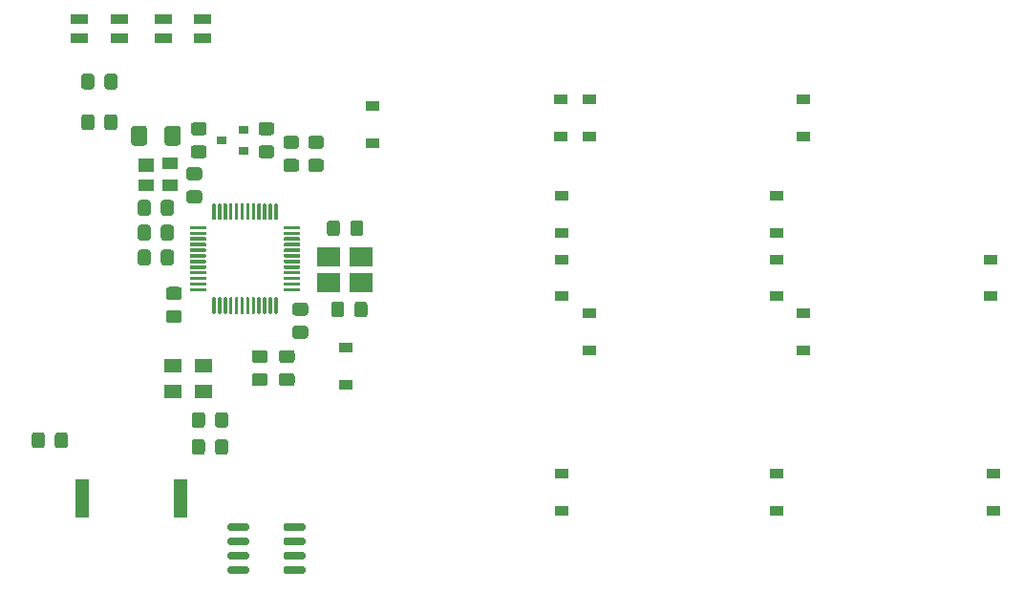
<source format=gtp>
G04 #@! TF.GenerationSoftware,KiCad,Pcbnew,(5.1.6-0-10_14)*
G04 #@! TF.CreationDate,2020-10-25T15:01:43+09:00*
G04 #@! TF.ProjectId,meishi_stm32,6d656973-6869-45f7-9374-6d33322e6b69,rev?*
G04 #@! TF.SameCoordinates,Original*
G04 #@! TF.FileFunction,Paste,Top*
G04 #@! TF.FilePolarity,Positive*
%FSLAX46Y46*%
G04 Gerber Fmt 4.6, Leading zero omitted, Abs format (unit mm)*
G04 Created by KiCad (PCBNEW (5.1.6-0-10_14)) date 2020-10-25 15:01:43*
%MOMM*%
%LPD*%
G01*
G04 APERTURE LIST*
%ADD10R,1.200000X0.900000*%
%ADD11R,1.600000X0.850000*%
%ADD12R,1.400000X1.200000*%
%ADD13R,1.400000X1.000000*%
%ADD14R,1.300000X3.400000*%
%ADD15R,0.900000X0.800000*%
%ADD16R,2.100000X1.800000*%
%ADD17R,1.500000X1.200000*%
G04 APERTURE END LIST*
G36*
G01*
X45949999Y-39450000D02*
X46850001Y-39450000D01*
G75*
G02*
X47100000Y-39699999I0J-249999D01*
G01*
X47100000Y-40350001D01*
G75*
G02*
X46850001Y-40600000I-249999J0D01*
G01*
X45949999Y-40600000D01*
G75*
G02*
X45700000Y-40350001I0J249999D01*
G01*
X45700000Y-39699999D01*
G75*
G02*
X45949999Y-39450000I249999J0D01*
G01*
G37*
G36*
G01*
X45949999Y-37400000D02*
X46850001Y-37400000D01*
G75*
G02*
X47100000Y-37649999I0J-249999D01*
G01*
X47100000Y-38300001D01*
G75*
G02*
X46850001Y-38550000I-249999J0D01*
G01*
X45949999Y-38550000D01*
G75*
G02*
X45700000Y-38300001I0J249999D01*
G01*
X45700000Y-37649999D01*
G75*
G02*
X45949999Y-37400000I249999J0D01*
G01*
G37*
G36*
G01*
X51949999Y-37400000D02*
X52850001Y-37400000D01*
G75*
G02*
X53100000Y-37649999I0J-249999D01*
G01*
X53100000Y-38300001D01*
G75*
G02*
X52850001Y-38550000I-249999J0D01*
G01*
X51949999Y-38550000D01*
G75*
G02*
X51700000Y-38300001I0J249999D01*
G01*
X51700000Y-37649999D01*
G75*
G02*
X51949999Y-37400000I249999J0D01*
G01*
G37*
G36*
G01*
X51949999Y-39450000D02*
X52850001Y-39450000D01*
G75*
G02*
X53100000Y-39699999I0J-249999D01*
G01*
X53100000Y-40350001D01*
G75*
G02*
X52850001Y-40600000I-249999J0D01*
G01*
X51949999Y-40600000D01*
G75*
G02*
X51700000Y-40350001I0J249999D01*
G01*
X51700000Y-39699999D01*
G75*
G02*
X51949999Y-39450000I249999J0D01*
G01*
G37*
G36*
G01*
X58150000Y-54450001D02*
X58150000Y-53549999D01*
G75*
G02*
X58399999Y-53300000I249999J0D01*
G01*
X59050001Y-53300000D01*
G75*
G02*
X59300000Y-53549999I0J-249999D01*
G01*
X59300000Y-54450001D01*
G75*
G02*
X59050001Y-54700000I-249999J0D01*
G01*
X58399999Y-54700000D01*
G75*
G02*
X58150000Y-54450001I0J249999D01*
G01*
G37*
G36*
G01*
X60200000Y-54450001D02*
X60200000Y-53549999D01*
G75*
G02*
X60449999Y-53300000I249999J0D01*
G01*
X61100001Y-53300000D01*
G75*
G02*
X61350000Y-53549999I0J-249999D01*
G01*
X61350000Y-54450001D01*
G75*
G02*
X61100001Y-54700000I-249999J0D01*
G01*
X60449999Y-54700000D01*
G75*
G02*
X60200000Y-54450001I0J249999D01*
G01*
G37*
G36*
G01*
X59825000Y-47250001D02*
X59825000Y-46349999D01*
G75*
G02*
X60074999Y-46100000I249999J0D01*
G01*
X60725001Y-46100000D01*
G75*
G02*
X60975000Y-46349999I0J-249999D01*
G01*
X60975000Y-47250001D01*
G75*
G02*
X60725001Y-47500000I-249999J0D01*
G01*
X60074999Y-47500000D01*
G75*
G02*
X59825000Y-47250001I0J249999D01*
G01*
G37*
G36*
G01*
X57775000Y-47250001D02*
X57775000Y-46349999D01*
G75*
G02*
X58024999Y-46100000I249999J0D01*
G01*
X58675001Y-46100000D01*
G75*
G02*
X58925000Y-46349999I0J-249999D01*
G01*
X58925000Y-47250001D01*
G75*
G02*
X58675001Y-47500000I-249999J0D01*
G01*
X58024999Y-47500000D01*
G75*
G02*
X57775000Y-47250001I0J249999D01*
G01*
G37*
G36*
G01*
X56349999Y-40650000D02*
X57250001Y-40650000D01*
G75*
G02*
X57500000Y-40899999I0J-249999D01*
G01*
X57500000Y-41550001D01*
G75*
G02*
X57250001Y-41800000I-249999J0D01*
G01*
X56349999Y-41800000D01*
G75*
G02*
X56100000Y-41550001I0J249999D01*
G01*
X56100000Y-40899999D01*
G75*
G02*
X56349999Y-40650000I249999J0D01*
G01*
G37*
G36*
G01*
X56349999Y-38600000D02*
X57250001Y-38600000D01*
G75*
G02*
X57500000Y-38849999I0J-249999D01*
G01*
X57500000Y-39500001D01*
G75*
G02*
X57250001Y-39750000I-249999J0D01*
G01*
X56349999Y-39750000D01*
G75*
G02*
X56100000Y-39500001I0J249999D01*
G01*
X56100000Y-38849999D01*
G75*
G02*
X56349999Y-38600000I249999J0D01*
G01*
G37*
G36*
G01*
X54149999Y-38600000D02*
X55050001Y-38600000D01*
G75*
G02*
X55300000Y-38849999I0J-249999D01*
G01*
X55300000Y-39500001D01*
G75*
G02*
X55050001Y-39750000I-249999J0D01*
G01*
X54149999Y-39750000D01*
G75*
G02*
X53900000Y-39500001I0J249999D01*
G01*
X53900000Y-38849999D01*
G75*
G02*
X54149999Y-38600000I249999J0D01*
G01*
G37*
G36*
G01*
X54149999Y-40650000D02*
X55050001Y-40650000D01*
G75*
G02*
X55300000Y-40899999I0J-249999D01*
G01*
X55300000Y-41550001D01*
G75*
G02*
X55050001Y-41800000I-249999J0D01*
G01*
X54149999Y-41800000D01*
G75*
G02*
X53900000Y-41550001I0J249999D01*
G01*
X53900000Y-40899999D01*
G75*
G02*
X54149999Y-40650000I249999J0D01*
G01*
G37*
G36*
G01*
X45800000Y-64250001D02*
X45800000Y-63349999D01*
G75*
G02*
X46049999Y-63100000I249999J0D01*
G01*
X46700001Y-63100000D01*
G75*
G02*
X46950000Y-63349999I0J-249999D01*
G01*
X46950000Y-64250001D01*
G75*
G02*
X46700001Y-64500000I-249999J0D01*
G01*
X46049999Y-64500000D01*
G75*
G02*
X45800000Y-64250001I0J249999D01*
G01*
G37*
G36*
G01*
X47850000Y-64250001D02*
X47850000Y-63349999D01*
G75*
G02*
X48099999Y-63100000I249999J0D01*
G01*
X48750001Y-63100000D01*
G75*
G02*
X49000000Y-63349999I0J-249999D01*
G01*
X49000000Y-64250001D01*
G75*
G02*
X48750001Y-64500000I-249999J0D01*
G01*
X48099999Y-64500000D01*
G75*
G02*
X47850000Y-64250001I0J249999D01*
G01*
G37*
G36*
G01*
X51359369Y-59650000D02*
X52259371Y-59650000D01*
G75*
G02*
X52509370Y-59899999I0J-249999D01*
G01*
X52509370Y-60550001D01*
G75*
G02*
X52259371Y-60800000I-249999J0D01*
G01*
X51359369Y-60800000D01*
G75*
G02*
X51109370Y-60550001I0J249999D01*
G01*
X51109370Y-59899999D01*
G75*
G02*
X51359369Y-59650000I249999J0D01*
G01*
G37*
G36*
G01*
X51359369Y-57600000D02*
X52259371Y-57600000D01*
G75*
G02*
X52509370Y-57849999I0J-249999D01*
G01*
X52509370Y-58500001D01*
G75*
G02*
X52259371Y-58750000I-249999J0D01*
G01*
X51359369Y-58750000D01*
G75*
G02*
X51109370Y-58500001I0J249999D01*
G01*
X51109370Y-57849999D01*
G75*
G02*
X51359369Y-57600000I249999J0D01*
G01*
G37*
G36*
G01*
X53759369Y-57600000D02*
X54659371Y-57600000D01*
G75*
G02*
X54909370Y-57849999I0J-249999D01*
G01*
X54909370Y-58500001D01*
G75*
G02*
X54659371Y-58750000I-249999J0D01*
G01*
X53759369Y-58750000D01*
G75*
G02*
X53509370Y-58500001I0J249999D01*
G01*
X53509370Y-57849999D01*
G75*
G02*
X53759369Y-57600000I249999J0D01*
G01*
G37*
G36*
G01*
X53759369Y-59650000D02*
X54659371Y-59650000D01*
G75*
G02*
X54909370Y-59899999I0J-249999D01*
G01*
X54909370Y-60550001D01*
G75*
G02*
X54659371Y-60800000I-249999J0D01*
G01*
X53759369Y-60800000D01*
G75*
G02*
X53509370Y-60550001I0J249999D01*
G01*
X53509370Y-59899999D01*
G75*
G02*
X53759369Y-59650000I249999J0D01*
G01*
G37*
G36*
G01*
X54949999Y-55450000D02*
X55850001Y-55450000D01*
G75*
G02*
X56100000Y-55699999I0J-249999D01*
G01*
X56100000Y-56350001D01*
G75*
G02*
X55850001Y-56600000I-249999J0D01*
G01*
X54949999Y-56600000D01*
G75*
G02*
X54700000Y-56350001I0J249999D01*
G01*
X54700000Y-55699999D01*
G75*
G02*
X54949999Y-55450000I249999J0D01*
G01*
G37*
G36*
G01*
X54949999Y-53400000D02*
X55850001Y-53400000D01*
G75*
G02*
X56100000Y-53649999I0J-249999D01*
G01*
X56100000Y-54300001D01*
G75*
G02*
X55850001Y-54550000I-249999J0D01*
G01*
X54949999Y-54550000D01*
G75*
G02*
X54700000Y-54300001I0J249999D01*
G01*
X54700000Y-53649999D01*
G75*
G02*
X54949999Y-53400000I249999J0D01*
G01*
G37*
G36*
G01*
X44650001Y-55200000D02*
X43749999Y-55200000D01*
G75*
G02*
X43500000Y-54950001I0J249999D01*
G01*
X43500000Y-54299999D01*
G75*
G02*
X43749999Y-54050000I249999J0D01*
G01*
X44650001Y-54050000D01*
G75*
G02*
X44900000Y-54299999I0J-249999D01*
G01*
X44900000Y-54950001D01*
G75*
G02*
X44650001Y-55200000I-249999J0D01*
G01*
G37*
G36*
G01*
X44650001Y-53150000D02*
X43749999Y-53150000D01*
G75*
G02*
X43500000Y-52900001I0J249999D01*
G01*
X43500000Y-52249999D01*
G75*
G02*
X43749999Y-52000000I249999J0D01*
G01*
X44650001Y-52000000D01*
G75*
G02*
X44900000Y-52249999I0J-249999D01*
G01*
X44900000Y-52900001D01*
G75*
G02*
X44650001Y-53150000I-249999J0D01*
G01*
G37*
D10*
X78500000Y-38650000D03*
X78500000Y-35350000D03*
X81000000Y-38650000D03*
X81000000Y-35350000D03*
X100000000Y-38650000D03*
X100000000Y-35350000D03*
X59400000Y-57350000D03*
X59400000Y-60650000D03*
X81000000Y-54350000D03*
X81000000Y-57650000D03*
X100000000Y-54350000D03*
X100000000Y-57650000D03*
D11*
X35850000Y-28225000D03*
X35850000Y-29975000D03*
X39350000Y-28225000D03*
X39350000Y-29975000D03*
X46750000Y-29975000D03*
X46750000Y-28225000D03*
X43250000Y-29975000D03*
X43250000Y-28225000D03*
D10*
X61800000Y-35950000D03*
X61800000Y-39250000D03*
X78600000Y-43950000D03*
X78600000Y-47250000D03*
X97600000Y-47250000D03*
X97600000Y-43950000D03*
X78600000Y-52850000D03*
X78600000Y-49550000D03*
X97600000Y-49550000D03*
X97600000Y-52850000D03*
X116600000Y-52850000D03*
X116600000Y-49550000D03*
X78600000Y-71850000D03*
X78600000Y-68550000D03*
X97600000Y-71850000D03*
X97600000Y-68550000D03*
X116800000Y-68550000D03*
X116800000Y-71850000D03*
D12*
X41700000Y-41230000D03*
D13*
X41700000Y-42950000D03*
X43900000Y-42950000D03*
X43900000Y-41050000D03*
G36*
G01*
X44800000Y-37975000D02*
X44800000Y-39225000D01*
G75*
G02*
X44550000Y-39475000I-250000J0D01*
G01*
X43625000Y-39475000D01*
G75*
G02*
X43375000Y-39225000I0J250000D01*
G01*
X43375000Y-37975000D01*
G75*
G02*
X43625000Y-37725000I250000J0D01*
G01*
X44550000Y-37725000D01*
G75*
G02*
X44800000Y-37975000I0J-250000D01*
G01*
G37*
G36*
G01*
X41825000Y-37975000D02*
X41825000Y-39225000D01*
G75*
G02*
X41575000Y-39475000I-250000J0D01*
G01*
X40650000Y-39475000D01*
G75*
G02*
X40400000Y-39225000I0J250000D01*
G01*
X40400000Y-37975000D01*
G75*
G02*
X40650000Y-37725000I250000J0D01*
G01*
X41575000Y-37725000D01*
G75*
G02*
X41825000Y-37975000I0J-250000D01*
G01*
G37*
D14*
X36100000Y-70750000D03*
X44800000Y-70750000D03*
G36*
G01*
X31600000Y-66050001D02*
X31600000Y-65149999D01*
G75*
G02*
X31849999Y-64900000I249999J0D01*
G01*
X32500001Y-64900000D01*
G75*
G02*
X32750000Y-65149999I0J-249999D01*
G01*
X32750000Y-66050001D01*
G75*
G02*
X32500001Y-66300000I-249999J0D01*
G01*
X31849999Y-66300000D01*
G75*
G02*
X31600000Y-66050001I0J249999D01*
G01*
G37*
G36*
G01*
X33650000Y-66050001D02*
X33650000Y-65149999D01*
G75*
G02*
X33899999Y-64900000I249999J0D01*
G01*
X34550001Y-64900000D01*
G75*
G02*
X34800000Y-65149999I0J-249999D01*
G01*
X34800000Y-66050001D01*
G75*
G02*
X34550001Y-66300000I-249999J0D01*
G01*
X33899999Y-66300000D01*
G75*
G02*
X33650000Y-66050001I0J249999D01*
G01*
G37*
G36*
G01*
X36000000Y-34250001D02*
X36000000Y-33349999D01*
G75*
G02*
X36249999Y-33100000I249999J0D01*
G01*
X36900001Y-33100000D01*
G75*
G02*
X37150000Y-33349999I0J-249999D01*
G01*
X37150000Y-34250001D01*
G75*
G02*
X36900001Y-34500000I-249999J0D01*
G01*
X36249999Y-34500000D01*
G75*
G02*
X36000000Y-34250001I0J249999D01*
G01*
G37*
G36*
G01*
X38050000Y-34250001D02*
X38050000Y-33349999D01*
G75*
G02*
X38299999Y-33100000I249999J0D01*
G01*
X38950001Y-33100000D01*
G75*
G02*
X39200000Y-33349999I0J-249999D01*
G01*
X39200000Y-34250001D01*
G75*
G02*
X38950001Y-34500000I-249999J0D01*
G01*
X38299999Y-34500000D01*
G75*
G02*
X38050000Y-34250001I0J249999D01*
G01*
G37*
G36*
G01*
X47850000Y-66650001D02*
X47850000Y-65749999D01*
G75*
G02*
X48099999Y-65500000I249999J0D01*
G01*
X48750001Y-65500000D01*
G75*
G02*
X49000000Y-65749999I0J-249999D01*
G01*
X49000000Y-66650001D01*
G75*
G02*
X48750001Y-66900000I-249999J0D01*
G01*
X48099999Y-66900000D01*
G75*
G02*
X47850000Y-66650001I0J249999D01*
G01*
G37*
G36*
G01*
X45800000Y-66650001D02*
X45800000Y-65749999D01*
G75*
G02*
X46049999Y-65500000I249999J0D01*
G01*
X46700001Y-65500000D01*
G75*
G02*
X46950000Y-65749999I0J-249999D01*
G01*
X46950000Y-66650001D01*
G75*
G02*
X46700001Y-66900000I-249999J0D01*
G01*
X46049999Y-66900000D01*
G75*
G02*
X45800000Y-66650001I0J249999D01*
G01*
G37*
G36*
G01*
X44200000Y-44549999D02*
X44200000Y-45450001D01*
G75*
G02*
X43950001Y-45700000I-249999J0D01*
G01*
X43299999Y-45700000D01*
G75*
G02*
X43050000Y-45450001I0J249999D01*
G01*
X43050000Y-44549999D01*
G75*
G02*
X43299999Y-44300000I249999J0D01*
G01*
X43950001Y-44300000D01*
G75*
G02*
X44200000Y-44549999I0J-249999D01*
G01*
G37*
G36*
G01*
X42150000Y-44549999D02*
X42150000Y-45450001D01*
G75*
G02*
X41900001Y-45700000I-249999J0D01*
G01*
X41249999Y-45700000D01*
G75*
G02*
X41000000Y-45450001I0J249999D01*
G01*
X41000000Y-44549999D01*
G75*
G02*
X41249999Y-44300000I249999J0D01*
G01*
X41900001Y-44300000D01*
G75*
G02*
X42150000Y-44549999I0J-249999D01*
G01*
G37*
G36*
G01*
X42150000Y-46749999D02*
X42150000Y-47650001D01*
G75*
G02*
X41900001Y-47900000I-249999J0D01*
G01*
X41249999Y-47900000D01*
G75*
G02*
X41000000Y-47650001I0J249999D01*
G01*
X41000000Y-46749999D01*
G75*
G02*
X41249999Y-46500000I249999J0D01*
G01*
X41900001Y-46500000D01*
G75*
G02*
X42150000Y-46749999I0J-249999D01*
G01*
G37*
G36*
G01*
X44200000Y-46749999D02*
X44200000Y-47650001D01*
G75*
G02*
X43950001Y-47900000I-249999J0D01*
G01*
X43299999Y-47900000D01*
G75*
G02*
X43050000Y-47650001I0J249999D01*
G01*
X43050000Y-46749999D01*
G75*
G02*
X43299999Y-46500000I249999J0D01*
G01*
X43950001Y-46500000D01*
G75*
G02*
X44200000Y-46749999I0J-249999D01*
G01*
G37*
G36*
G01*
X42150000Y-48949999D02*
X42150000Y-49850001D01*
G75*
G02*
X41900001Y-50100000I-249999J0D01*
G01*
X41249999Y-50100000D01*
G75*
G02*
X41000000Y-49850001I0J249999D01*
G01*
X41000000Y-48949999D01*
G75*
G02*
X41249999Y-48700000I249999J0D01*
G01*
X41900001Y-48700000D01*
G75*
G02*
X42150000Y-48949999I0J-249999D01*
G01*
G37*
G36*
G01*
X44200000Y-48949999D02*
X44200000Y-49850001D01*
G75*
G02*
X43950001Y-50100000I-249999J0D01*
G01*
X43299999Y-50100000D01*
G75*
G02*
X43050000Y-49850001I0J249999D01*
G01*
X43050000Y-48949999D01*
G75*
G02*
X43299999Y-48700000I249999J0D01*
G01*
X43950001Y-48700000D01*
G75*
G02*
X44200000Y-48949999I0J-249999D01*
G01*
G37*
G36*
G01*
X36000000Y-37850001D02*
X36000000Y-36949999D01*
G75*
G02*
X36249999Y-36700000I249999J0D01*
G01*
X36900001Y-36700000D01*
G75*
G02*
X37150000Y-36949999I0J-249999D01*
G01*
X37150000Y-37850001D01*
G75*
G02*
X36900001Y-38100000I-249999J0D01*
G01*
X36249999Y-38100000D01*
G75*
G02*
X36000000Y-37850001I0J249999D01*
G01*
G37*
G36*
G01*
X38050000Y-37850001D02*
X38050000Y-36949999D01*
G75*
G02*
X38299999Y-36700000I249999J0D01*
G01*
X38950001Y-36700000D01*
G75*
G02*
X39200000Y-36949999I0J-249999D01*
G01*
X39200000Y-37850001D01*
G75*
G02*
X38950001Y-38100000I-249999J0D01*
G01*
X38299999Y-38100000D01*
G75*
G02*
X38050000Y-37850001I0J249999D01*
G01*
G37*
D15*
X50400000Y-39950000D03*
X50400000Y-38050000D03*
X48400000Y-39000000D03*
G36*
G01*
X55400000Y-52175000D02*
X55400000Y-52325000D01*
G75*
G02*
X55325000Y-52400000I-75000J0D01*
G01*
X54000000Y-52400000D01*
G75*
G02*
X53925000Y-52325000I0J75000D01*
G01*
X53925000Y-52175000D01*
G75*
G02*
X54000000Y-52100000I75000J0D01*
G01*
X55325000Y-52100000D01*
G75*
G02*
X55400000Y-52175000I0J-75000D01*
G01*
G37*
G36*
G01*
X55400000Y-51675000D02*
X55400000Y-51825000D01*
G75*
G02*
X55325000Y-51900000I-75000J0D01*
G01*
X54000000Y-51900000D01*
G75*
G02*
X53925000Y-51825000I0J75000D01*
G01*
X53925000Y-51675000D01*
G75*
G02*
X54000000Y-51600000I75000J0D01*
G01*
X55325000Y-51600000D01*
G75*
G02*
X55400000Y-51675000I0J-75000D01*
G01*
G37*
G36*
G01*
X55400000Y-51175000D02*
X55400000Y-51325000D01*
G75*
G02*
X55325000Y-51400000I-75000J0D01*
G01*
X54000000Y-51400000D01*
G75*
G02*
X53925000Y-51325000I0J75000D01*
G01*
X53925000Y-51175000D01*
G75*
G02*
X54000000Y-51100000I75000J0D01*
G01*
X55325000Y-51100000D01*
G75*
G02*
X55400000Y-51175000I0J-75000D01*
G01*
G37*
G36*
G01*
X55400000Y-50675000D02*
X55400000Y-50825000D01*
G75*
G02*
X55325000Y-50900000I-75000J0D01*
G01*
X54000000Y-50900000D01*
G75*
G02*
X53925000Y-50825000I0J75000D01*
G01*
X53925000Y-50675000D01*
G75*
G02*
X54000000Y-50600000I75000J0D01*
G01*
X55325000Y-50600000D01*
G75*
G02*
X55400000Y-50675000I0J-75000D01*
G01*
G37*
G36*
G01*
X55400000Y-50175000D02*
X55400000Y-50325000D01*
G75*
G02*
X55325000Y-50400000I-75000J0D01*
G01*
X54000000Y-50400000D01*
G75*
G02*
X53925000Y-50325000I0J75000D01*
G01*
X53925000Y-50175000D01*
G75*
G02*
X54000000Y-50100000I75000J0D01*
G01*
X55325000Y-50100000D01*
G75*
G02*
X55400000Y-50175000I0J-75000D01*
G01*
G37*
G36*
G01*
X55400000Y-49675000D02*
X55400000Y-49825000D01*
G75*
G02*
X55325000Y-49900000I-75000J0D01*
G01*
X54000000Y-49900000D01*
G75*
G02*
X53925000Y-49825000I0J75000D01*
G01*
X53925000Y-49675000D01*
G75*
G02*
X54000000Y-49600000I75000J0D01*
G01*
X55325000Y-49600000D01*
G75*
G02*
X55400000Y-49675000I0J-75000D01*
G01*
G37*
G36*
G01*
X55400000Y-49175000D02*
X55400000Y-49325000D01*
G75*
G02*
X55325000Y-49400000I-75000J0D01*
G01*
X54000000Y-49400000D01*
G75*
G02*
X53925000Y-49325000I0J75000D01*
G01*
X53925000Y-49175000D01*
G75*
G02*
X54000000Y-49100000I75000J0D01*
G01*
X55325000Y-49100000D01*
G75*
G02*
X55400000Y-49175000I0J-75000D01*
G01*
G37*
G36*
G01*
X55400000Y-48675000D02*
X55400000Y-48825000D01*
G75*
G02*
X55325000Y-48900000I-75000J0D01*
G01*
X54000000Y-48900000D01*
G75*
G02*
X53925000Y-48825000I0J75000D01*
G01*
X53925000Y-48675000D01*
G75*
G02*
X54000000Y-48600000I75000J0D01*
G01*
X55325000Y-48600000D01*
G75*
G02*
X55400000Y-48675000I0J-75000D01*
G01*
G37*
G36*
G01*
X55400000Y-48175000D02*
X55400000Y-48325000D01*
G75*
G02*
X55325000Y-48400000I-75000J0D01*
G01*
X54000000Y-48400000D01*
G75*
G02*
X53925000Y-48325000I0J75000D01*
G01*
X53925000Y-48175000D01*
G75*
G02*
X54000000Y-48100000I75000J0D01*
G01*
X55325000Y-48100000D01*
G75*
G02*
X55400000Y-48175000I0J-75000D01*
G01*
G37*
G36*
G01*
X55400000Y-47675000D02*
X55400000Y-47825000D01*
G75*
G02*
X55325000Y-47900000I-75000J0D01*
G01*
X54000000Y-47900000D01*
G75*
G02*
X53925000Y-47825000I0J75000D01*
G01*
X53925000Y-47675000D01*
G75*
G02*
X54000000Y-47600000I75000J0D01*
G01*
X55325000Y-47600000D01*
G75*
G02*
X55400000Y-47675000I0J-75000D01*
G01*
G37*
G36*
G01*
X55400000Y-47175000D02*
X55400000Y-47325000D01*
G75*
G02*
X55325000Y-47400000I-75000J0D01*
G01*
X54000000Y-47400000D01*
G75*
G02*
X53925000Y-47325000I0J75000D01*
G01*
X53925000Y-47175000D01*
G75*
G02*
X54000000Y-47100000I75000J0D01*
G01*
X55325000Y-47100000D01*
G75*
G02*
X55400000Y-47175000I0J-75000D01*
G01*
G37*
G36*
G01*
X55400000Y-46675000D02*
X55400000Y-46825000D01*
G75*
G02*
X55325000Y-46900000I-75000J0D01*
G01*
X54000000Y-46900000D01*
G75*
G02*
X53925000Y-46825000I0J75000D01*
G01*
X53925000Y-46675000D01*
G75*
G02*
X54000000Y-46600000I75000J0D01*
G01*
X55325000Y-46600000D01*
G75*
G02*
X55400000Y-46675000I0J-75000D01*
G01*
G37*
G36*
G01*
X53400000Y-44675000D02*
X53400000Y-46000000D01*
G75*
G02*
X53325000Y-46075000I-75000J0D01*
G01*
X53175000Y-46075000D01*
G75*
G02*
X53100000Y-46000000I0J75000D01*
G01*
X53100000Y-44675000D01*
G75*
G02*
X53175000Y-44600000I75000J0D01*
G01*
X53325000Y-44600000D01*
G75*
G02*
X53400000Y-44675000I0J-75000D01*
G01*
G37*
G36*
G01*
X52900000Y-44675000D02*
X52900000Y-46000000D01*
G75*
G02*
X52825000Y-46075000I-75000J0D01*
G01*
X52675000Y-46075000D01*
G75*
G02*
X52600000Y-46000000I0J75000D01*
G01*
X52600000Y-44675000D01*
G75*
G02*
X52675000Y-44600000I75000J0D01*
G01*
X52825000Y-44600000D01*
G75*
G02*
X52900000Y-44675000I0J-75000D01*
G01*
G37*
G36*
G01*
X52400000Y-44675000D02*
X52400000Y-46000000D01*
G75*
G02*
X52325000Y-46075000I-75000J0D01*
G01*
X52175000Y-46075000D01*
G75*
G02*
X52100000Y-46000000I0J75000D01*
G01*
X52100000Y-44675000D01*
G75*
G02*
X52175000Y-44600000I75000J0D01*
G01*
X52325000Y-44600000D01*
G75*
G02*
X52400000Y-44675000I0J-75000D01*
G01*
G37*
G36*
G01*
X51900000Y-44675000D02*
X51900000Y-46000000D01*
G75*
G02*
X51825000Y-46075000I-75000J0D01*
G01*
X51675000Y-46075000D01*
G75*
G02*
X51600000Y-46000000I0J75000D01*
G01*
X51600000Y-44675000D01*
G75*
G02*
X51675000Y-44600000I75000J0D01*
G01*
X51825000Y-44600000D01*
G75*
G02*
X51900000Y-44675000I0J-75000D01*
G01*
G37*
G36*
G01*
X51400000Y-44675000D02*
X51400000Y-46000000D01*
G75*
G02*
X51325000Y-46075000I-75000J0D01*
G01*
X51175000Y-46075000D01*
G75*
G02*
X51100000Y-46000000I0J75000D01*
G01*
X51100000Y-44675000D01*
G75*
G02*
X51175000Y-44600000I75000J0D01*
G01*
X51325000Y-44600000D01*
G75*
G02*
X51400000Y-44675000I0J-75000D01*
G01*
G37*
G36*
G01*
X50900000Y-44675000D02*
X50900000Y-46000000D01*
G75*
G02*
X50825000Y-46075000I-75000J0D01*
G01*
X50675000Y-46075000D01*
G75*
G02*
X50600000Y-46000000I0J75000D01*
G01*
X50600000Y-44675000D01*
G75*
G02*
X50675000Y-44600000I75000J0D01*
G01*
X50825000Y-44600000D01*
G75*
G02*
X50900000Y-44675000I0J-75000D01*
G01*
G37*
G36*
G01*
X50400000Y-44675000D02*
X50400000Y-46000000D01*
G75*
G02*
X50325000Y-46075000I-75000J0D01*
G01*
X50175000Y-46075000D01*
G75*
G02*
X50100000Y-46000000I0J75000D01*
G01*
X50100000Y-44675000D01*
G75*
G02*
X50175000Y-44600000I75000J0D01*
G01*
X50325000Y-44600000D01*
G75*
G02*
X50400000Y-44675000I0J-75000D01*
G01*
G37*
G36*
G01*
X49900000Y-44675000D02*
X49900000Y-46000000D01*
G75*
G02*
X49825000Y-46075000I-75000J0D01*
G01*
X49675000Y-46075000D01*
G75*
G02*
X49600000Y-46000000I0J75000D01*
G01*
X49600000Y-44675000D01*
G75*
G02*
X49675000Y-44600000I75000J0D01*
G01*
X49825000Y-44600000D01*
G75*
G02*
X49900000Y-44675000I0J-75000D01*
G01*
G37*
G36*
G01*
X49400000Y-44675000D02*
X49400000Y-46000000D01*
G75*
G02*
X49325000Y-46075000I-75000J0D01*
G01*
X49175000Y-46075000D01*
G75*
G02*
X49100000Y-46000000I0J75000D01*
G01*
X49100000Y-44675000D01*
G75*
G02*
X49175000Y-44600000I75000J0D01*
G01*
X49325000Y-44600000D01*
G75*
G02*
X49400000Y-44675000I0J-75000D01*
G01*
G37*
G36*
G01*
X48900000Y-44675000D02*
X48900000Y-46000000D01*
G75*
G02*
X48825000Y-46075000I-75000J0D01*
G01*
X48675000Y-46075000D01*
G75*
G02*
X48600000Y-46000000I0J75000D01*
G01*
X48600000Y-44675000D01*
G75*
G02*
X48675000Y-44600000I75000J0D01*
G01*
X48825000Y-44600000D01*
G75*
G02*
X48900000Y-44675000I0J-75000D01*
G01*
G37*
G36*
G01*
X48400000Y-44675000D02*
X48400000Y-46000000D01*
G75*
G02*
X48325000Y-46075000I-75000J0D01*
G01*
X48175000Y-46075000D01*
G75*
G02*
X48100000Y-46000000I0J75000D01*
G01*
X48100000Y-44675000D01*
G75*
G02*
X48175000Y-44600000I75000J0D01*
G01*
X48325000Y-44600000D01*
G75*
G02*
X48400000Y-44675000I0J-75000D01*
G01*
G37*
G36*
G01*
X47900000Y-44675000D02*
X47900000Y-46000000D01*
G75*
G02*
X47825000Y-46075000I-75000J0D01*
G01*
X47675000Y-46075000D01*
G75*
G02*
X47600000Y-46000000I0J75000D01*
G01*
X47600000Y-44675000D01*
G75*
G02*
X47675000Y-44600000I75000J0D01*
G01*
X47825000Y-44600000D01*
G75*
G02*
X47900000Y-44675000I0J-75000D01*
G01*
G37*
G36*
G01*
X47075000Y-46675000D02*
X47075000Y-46825000D01*
G75*
G02*
X47000000Y-46900000I-75000J0D01*
G01*
X45675000Y-46900000D01*
G75*
G02*
X45600000Y-46825000I0J75000D01*
G01*
X45600000Y-46675000D01*
G75*
G02*
X45675000Y-46600000I75000J0D01*
G01*
X47000000Y-46600000D01*
G75*
G02*
X47075000Y-46675000I0J-75000D01*
G01*
G37*
G36*
G01*
X47075000Y-47175000D02*
X47075000Y-47325000D01*
G75*
G02*
X47000000Y-47400000I-75000J0D01*
G01*
X45675000Y-47400000D01*
G75*
G02*
X45600000Y-47325000I0J75000D01*
G01*
X45600000Y-47175000D01*
G75*
G02*
X45675000Y-47100000I75000J0D01*
G01*
X47000000Y-47100000D01*
G75*
G02*
X47075000Y-47175000I0J-75000D01*
G01*
G37*
G36*
G01*
X47075000Y-47675000D02*
X47075000Y-47825000D01*
G75*
G02*
X47000000Y-47900000I-75000J0D01*
G01*
X45675000Y-47900000D01*
G75*
G02*
X45600000Y-47825000I0J75000D01*
G01*
X45600000Y-47675000D01*
G75*
G02*
X45675000Y-47600000I75000J0D01*
G01*
X47000000Y-47600000D01*
G75*
G02*
X47075000Y-47675000I0J-75000D01*
G01*
G37*
G36*
G01*
X47075000Y-48175000D02*
X47075000Y-48325000D01*
G75*
G02*
X47000000Y-48400000I-75000J0D01*
G01*
X45675000Y-48400000D01*
G75*
G02*
X45600000Y-48325000I0J75000D01*
G01*
X45600000Y-48175000D01*
G75*
G02*
X45675000Y-48100000I75000J0D01*
G01*
X47000000Y-48100000D01*
G75*
G02*
X47075000Y-48175000I0J-75000D01*
G01*
G37*
G36*
G01*
X47075000Y-48675000D02*
X47075000Y-48825000D01*
G75*
G02*
X47000000Y-48900000I-75000J0D01*
G01*
X45675000Y-48900000D01*
G75*
G02*
X45600000Y-48825000I0J75000D01*
G01*
X45600000Y-48675000D01*
G75*
G02*
X45675000Y-48600000I75000J0D01*
G01*
X47000000Y-48600000D01*
G75*
G02*
X47075000Y-48675000I0J-75000D01*
G01*
G37*
G36*
G01*
X47075000Y-49175000D02*
X47075000Y-49325000D01*
G75*
G02*
X47000000Y-49400000I-75000J0D01*
G01*
X45675000Y-49400000D01*
G75*
G02*
X45600000Y-49325000I0J75000D01*
G01*
X45600000Y-49175000D01*
G75*
G02*
X45675000Y-49100000I75000J0D01*
G01*
X47000000Y-49100000D01*
G75*
G02*
X47075000Y-49175000I0J-75000D01*
G01*
G37*
G36*
G01*
X47075000Y-49675000D02*
X47075000Y-49825000D01*
G75*
G02*
X47000000Y-49900000I-75000J0D01*
G01*
X45675000Y-49900000D01*
G75*
G02*
X45600000Y-49825000I0J75000D01*
G01*
X45600000Y-49675000D01*
G75*
G02*
X45675000Y-49600000I75000J0D01*
G01*
X47000000Y-49600000D01*
G75*
G02*
X47075000Y-49675000I0J-75000D01*
G01*
G37*
G36*
G01*
X47075000Y-50175000D02*
X47075000Y-50325000D01*
G75*
G02*
X47000000Y-50400000I-75000J0D01*
G01*
X45675000Y-50400000D01*
G75*
G02*
X45600000Y-50325000I0J75000D01*
G01*
X45600000Y-50175000D01*
G75*
G02*
X45675000Y-50100000I75000J0D01*
G01*
X47000000Y-50100000D01*
G75*
G02*
X47075000Y-50175000I0J-75000D01*
G01*
G37*
G36*
G01*
X47075000Y-50675000D02*
X47075000Y-50825000D01*
G75*
G02*
X47000000Y-50900000I-75000J0D01*
G01*
X45675000Y-50900000D01*
G75*
G02*
X45600000Y-50825000I0J75000D01*
G01*
X45600000Y-50675000D01*
G75*
G02*
X45675000Y-50600000I75000J0D01*
G01*
X47000000Y-50600000D01*
G75*
G02*
X47075000Y-50675000I0J-75000D01*
G01*
G37*
G36*
G01*
X47075000Y-51175000D02*
X47075000Y-51325000D01*
G75*
G02*
X47000000Y-51400000I-75000J0D01*
G01*
X45675000Y-51400000D01*
G75*
G02*
X45600000Y-51325000I0J75000D01*
G01*
X45600000Y-51175000D01*
G75*
G02*
X45675000Y-51100000I75000J0D01*
G01*
X47000000Y-51100000D01*
G75*
G02*
X47075000Y-51175000I0J-75000D01*
G01*
G37*
G36*
G01*
X47075000Y-51675000D02*
X47075000Y-51825000D01*
G75*
G02*
X47000000Y-51900000I-75000J0D01*
G01*
X45675000Y-51900000D01*
G75*
G02*
X45600000Y-51825000I0J75000D01*
G01*
X45600000Y-51675000D01*
G75*
G02*
X45675000Y-51600000I75000J0D01*
G01*
X47000000Y-51600000D01*
G75*
G02*
X47075000Y-51675000I0J-75000D01*
G01*
G37*
G36*
G01*
X47075000Y-52175000D02*
X47075000Y-52325000D01*
G75*
G02*
X47000000Y-52400000I-75000J0D01*
G01*
X45675000Y-52400000D01*
G75*
G02*
X45600000Y-52325000I0J75000D01*
G01*
X45600000Y-52175000D01*
G75*
G02*
X45675000Y-52100000I75000J0D01*
G01*
X47000000Y-52100000D01*
G75*
G02*
X47075000Y-52175000I0J-75000D01*
G01*
G37*
G36*
G01*
X47900000Y-53000000D02*
X47900000Y-54325000D01*
G75*
G02*
X47825000Y-54400000I-75000J0D01*
G01*
X47675000Y-54400000D01*
G75*
G02*
X47600000Y-54325000I0J75000D01*
G01*
X47600000Y-53000000D01*
G75*
G02*
X47675000Y-52925000I75000J0D01*
G01*
X47825000Y-52925000D01*
G75*
G02*
X47900000Y-53000000I0J-75000D01*
G01*
G37*
G36*
G01*
X48400000Y-53000000D02*
X48400000Y-54325000D01*
G75*
G02*
X48325000Y-54400000I-75000J0D01*
G01*
X48175000Y-54400000D01*
G75*
G02*
X48100000Y-54325000I0J75000D01*
G01*
X48100000Y-53000000D01*
G75*
G02*
X48175000Y-52925000I75000J0D01*
G01*
X48325000Y-52925000D01*
G75*
G02*
X48400000Y-53000000I0J-75000D01*
G01*
G37*
G36*
G01*
X48900000Y-53000000D02*
X48900000Y-54325000D01*
G75*
G02*
X48825000Y-54400000I-75000J0D01*
G01*
X48675000Y-54400000D01*
G75*
G02*
X48600000Y-54325000I0J75000D01*
G01*
X48600000Y-53000000D01*
G75*
G02*
X48675000Y-52925000I75000J0D01*
G01*
X48825000Y-52925000D01*
G75*
G02*
X48900000Y-53000000I0J-75000D01*
G01*
G37*
G36*
G01*
X49400000Y-53000000D02*
X49400000Y-54325000D01*
G75*
G02*
X49325000Y-54400000I-75000J0D01*
G01*
X49175000Y-54400000D01*
G75*
G02*
X49100000Y-54325000I0J75000D01*
G01*
X49100000Y-53000000D01*
G75*
G02*
X49175000Y-52925000I75000J0D01*
G01*
X49325000Y-52925000D01*
G75*
G02*
X49400000Y-53000000I0J-75000D01*
G01*
G37*
G36*
G01*
X49900000Y-53000000D02*
X49900000Y-54325000D01*
G75*
G02*
X49825000Y-54400000I-75000J0D01*
G01*
X49675000Y-54400000D01*
G75*
G02*
X49600000Y-54325000I0J75000D01*
G01*
X49600000Y-53000000D01*
G75*
G02*
X49675000Y-52925000I75000J0D01*
G01*
X49825000Y-52925000D01*
G75*
G02*
X49900000Y-53000000I0J-75000D01*
G01*
G37*
G36*
G01*
X50400000Y-53000000D02*
X50400000Y-54325000D01*
G75*
G02*
X50325000Y-54400000I-75000J0D01*
G01*
X50175000Y-54400000D01*
G75*
G02*
X50100000Y-54325000I0J75000D01*
G01*
X50100000Y-53000000D01*
G75*
G02*
X50175000Y-52925000I75000J0D01*
G01*
X50325000Y-52925000D01*
G75*
G02*
X50400000Y-53000000I0J-75000D01*
G01*
G37*
G36*
G01*
X50900000Y-53000000D02*
X50900000Y-54325000D01*
G75*
G02*
X50825000Y-54400000I-75000J0D01*
G01*
X50675000Y-54400000D01*
G75*
G02*
X50600000Y-54325000I0J75000D01*
G01*
X50600000Y-53000000D01*
G75*
G02*
X50675000Y-52925000I75000J0D01*
G01*
X50825000Y-52925000D01*
G75*
G02*
X50900000Y-53000000I0J-75000D01*
G01*
G37*
G36*
G01*
X51400000Y-53000000D02*
X51400000Y-54325000D01*
G75*
G02*
X51325000Y-54400000I-75000J0D01*
G01*
X51175000Y-54400000D01*
G75*
G02*
X51100000Y-54325000I0J75000D01*
G01*
X51100000Y-53000000D01*
G75*
G02*
X51175000Y-52925000I75000J0D01*
G01*
X51325000Y-52925000D01*
G75*
G02*
X51400000Y-53000000I0J-75000D01*
G01*
G37*
G36*
G01*
X51900000Y-53000000D02*
X51900000Y-54325000D01*
G75*
G02*
X51825000Y-54400000I-75000J0D01*
G01*
X51675000Y-54400000D01*
G75*
G02*
X51600000Y-54325000I0J75000D01*
G01*
X51600000Y-53000000D01*
G75*
G02*
X51675000Y-52925000I75000J0D01*
G01*
X51825000Y-52925000D01*
G75*
G02*
X51900000Y-53000000I0J-75000D01*
G01*
G37*
G36*
G01*
X52400000Y-53000000D02*
X52400000Y-54325000D01*
G75*
G02*
X52325000Y-54400000I-75000J0D01*
G01*
X52175000Y-54400000D01*
G75*
G02*
X52100000Y-54325000I0J75000D01*
G01*
X52100000Y-53000000D01*
G75*
G02*
X52175000Y-52925000I75000J0D01*
G01*
X52325000Y-52925000D01*
G75*
G02*
X52400000Y-53000000I0J-75000D01*
G01*
G37*
G36*
G01*
X52900000Y-53000000D02*
X52900000Y-54325000D01*
G75*
G02*
X52825000Y-54400000I-75000J0D01*
G01*
X52675000Y-54400000D01*
G75*
G02*
X52600000Y-54325000I0J75000D01*
G01*
X52600000Y-53000000D01*
G75*
G02*
X52675000Y-52925000I75000J0D01*
G01*
X52825000Y-52925000D01*
G75*
G02*
X52900000Y-53000000I0J-75000D01*
G01*
G37*
G36*
G01*
X53400000Y-53000000D02*
X53400000Y-54325000D01*
G75*
G02*
X53325000Y-54400000I-75000J0D01*
G01*
X53175000Y-54400000D01*
G75*
G02*
X53100000Y-54325000I0J75000D01*
G01*
X53100000Y-53000000D01*
G75*
G02*
X53175000Y-52925000I75000J0D01*
G01*
X53325000Y-52925000D01*
G75*
G02*
X53400000Y-53000000I0J-75000D01*
G01*
G37*
G36*
G01*
X48950000Y-73445000D02*
X48950000Y-73145000D01*
G75*
G02*
X49100000Y-72995000I150000J0D01*
G01*
X50750000Y-72995000D01*
G75*
G02*
X50900000Y-73145000I0J-150000D01*
G01*
X50900000Y-73445000D01*
G75*
G02*
X50750000Y-73595000I-150000J0D01*
G01*
X49100000Y-73595000D01*
G75*
G02*
X48950000Y-73445000I0J150000D01*
G01*
G37*
G36*
G01*
X48950000Y-74715000D02*
X48950000Y-74415000D01*
G75*
G02*
X49100000Y-74265000I150000J0D01*
G01*
X50750000Y-74265000D01*
G75*
G02*
X50900000Y-74415000I0J-150000D01*
G01*
X50900000Y-74715000D01*
G75*
G02*
X50750000Y-74865000I-150000J0D01*
G01*
X49100000Y-74865000D01*
G75*
G02*
X48950000Y-74715000I0J150000D01*
G01*
G37*
G36*
G01*
X48950000Y-75985000D02*
X48950000Y-75685000D01*
G75*
G02*
X49100000Y-75535000I150000J0D01*
G01*
X50750000Y-75535000D01*
G75*
G02*
X50900000Y-75685000I0J-150000D01*
G01*
X50900000Y-75985000D01*
G75*
G02*
X50750000Y-76135000I-150000J0D01*
G01*
X49100000Y-76135000D01*
G75*
G02*
X48950000Y-75985000I0J150000D01*
G01*
G37*
G36*
G01*
X48950000Y-77255000D02*
X48950000Y-76955000D01*
G75*
G02*
X49100000Y-76805000I150000J0D01*
G01*
X50750000Y-76805000D01*
G75*
G02*
X50900000Y-76955000I0J-150000D01*
G01*
X50900000Y-77255000D01*
G75*
G02*
X50750000Y-77405000I-150000J0D01*
G01*
X49100000Y-77405000D01*
G75*
G02*
X48950000Y-77255000I0J150000D01*
G01*
G37*
G36*
G01*
X53900000Y-77255000D02*
X53900000Y-76955000D01*
G75*
G02*
X54050000Y-76805000I150000J0D01*
G01*
X55700000Y-76805000D01*
G75*
G02*
X55850000Y-76955000I0J-150000D01*
G01*
X55850000Y-77255000D01*
G75*
G02*
X55700000Y-77405000I-150000J0D01*
G01*
X54050000Y-77405000D01*
G75*
G02*
X53900000Y-77255000I0J150000D01*
G01*
G37*
G36*
G01*
X53900000Y-75985000D02*
X53900000Y-75685000D01*
G75*
G02*
X54050000Y-75535000I150000J0D01*
G01*
X55700000Y-75535000D01*
G75*
G02*
X55850000Y-75685000I0J-150000D01*
G01*
X55850000Y-75985000D01*
G75*
G02*
X55700000Y-76135000I-150000J0D01*
G01*
X54050000Y-76135000D01*
G75*
G02*
X53900000Y-75985000I0J150000D01*
G01*
G37*
G36*
G01*
X53900000Y-74715000D02*
X53900000Y-74415000D01*
G75*
G02*
X54050000Y-74265000I150000J0D01*
G01*
X55700000Y-74265000D01*
G75*
G02*
X55850000Y-74415000I0J-150000D01*
G01*
X55850000Y-74715000D01*
G75*
G02*
X55700000Y-74865000I-150000J0D01*
G01*
X54050000Y-74865000D01*
G75*
G02*
X53900000Y-74715000I0J150000D01*
G01*
G37*
G36*
G01*
X53900000Y-73445000D02*
X53900000Y-73145000D01*
G75*
G02*
X54050000Y-72995000I150000J0D01*
G01*
X55700000Y-72995000D01*
G75*
G02*
X55850000Y-73145000I0J-150000D01*
G01*
X55850000Y-73445000D01*
G75*
G02*
X55700000Y-73595000I-150000J0D01*
G01*
X54050000Y-73595000D01*
G75*
G02*
X53900000Y-73445000I0J150000D01*
G01*
G37*
D16*
X57900000Y-51650000D03*
X60800000Y-51650000D03*
X60800000Y-49350000D03*
X57900000Y-49350000D03*
G36*
G01*
X46450001Y-44600000D02*
X45549999Y-44600000D01*
G75*
G02*
X45300000Y-44350001I0J249999D01*
G01*
X45300000Y-43699999D01*
G75*
G02*
X45549999Y-43450000I249999J0D01*
G01*
X46450001Y-43450000D01*
G75*
G02*
X46700000Y-43699999I0J-249999D01*
G01*
X46700000Y-44350001D01*
G75*
G02*
X46450001Y-44600000I-249999J0D01*
G01*
G37*
G36*
G01*
X46450001Y-42550000D02*
X45549999Y-42550000D01*
G75*
G02*
X45300000Y-42300001I0J249999D01*
G01*
X45300000Y-41649999D01*
G75*
G02*
X45549999Y-41400000I249999J0D01*
G01*
X46450001Y-41400000D01*
G75*
G02*
X46700000Y-41649999I0J-249999D01*
G01*
X46700000Y-42300001D01*
G75*
G02*
X46450001Y-42550000I-249999J0D01*
G01*
G37*
D17*
X46850000Y-59000000D03*
X44150000Y-59000000D03*
X44150000Y-61250000D03*
X46850000Y-61250000D03*
M02*

</source>
